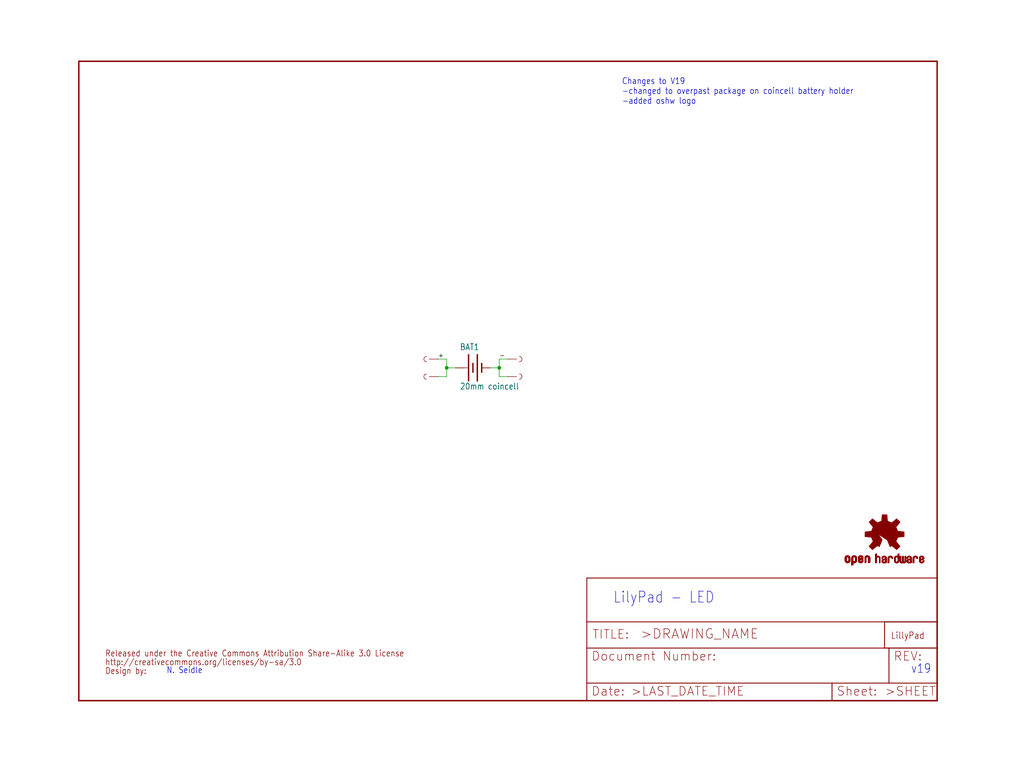
<source format=kicad_sch>
(kicad_sch (version 20211123) (generator eeschema)
  (paper "User" 297.002 223.926)
  (lib_symbols
    (symbol "eagleSchem-eagle-import:BATTERY20MM_4LEGS_OVERPASTE"
      (property "Reference" "BAT" (at -3.81 5.08 0))
      (property "Value" "BATTERY20MM_4LEGS_OVERPASTE" (at -3.81 -6.35 0))
      (symbol "BATTERY20MM_4LEGS_OVERPASTE_1_0"
        (pin power_in line (at -5.08 0 0) (length 2.54) (name "+") (number "1"))
        (pin power_in line (at 5.08 0 180) (length 2.54) (name "-") (number "2"))
      )
    )
    (symbol "eagleSchem-eagle-import:CREATIVE_COMMONS"
      (symbol "CREATIVE_COMMONS_1_0"
        (text "Design by:" (at 0 0 0) (effects (font (size 1.778 1.5113)) (justify left bottom)))
        (text "http://creativecommons.org/licenses/by-sa/3.0" (at 0 2.54 0) (effects (font (size 1.778 1.5113)) (justify left bottom)))
        (text "Released under the Creative Commons Attribution Share-Alike 3.0 License" (at 0 5.08 0) (effects (font (size 1.778 1.5113)) (justify left bottom)))
      )
    )
    (symbol "eagleSchem-eagle-import:FRAME-LETTER"
      (symbol "FRAME-LETTER_2_0"
        (text ">DRAWING_NAME" (at 15.494 17.78 0) (effects (font (size 2.7432 2.7432)) (justify left bottom)))
        (text ">LAST_DATE_TIME" (at 12.7 1.27 0) (effects (font (size 2.54 2.54)) (justify left bottom)))
        (text ">SHEET" (at 86.36 1.27 0) (effects (font (size 2.54 2.54)) (justify left bottom)))
        (text "Date:" (at 1.27 1.27 0) (effects (font (size 2.54 2.54)) (justify left bottom)))
        (text "Document Number:" (at 1.27 11.43 0) (effects (font (size 2.54 2.54)) (justify left bottom)))
        (text "REV:" (at 88.9 11.43 0) (effects (font (size 2.54 2.54)) (justify left bottom)))
        (text "Sheet:" (at 72.39 1.27 0) (effects (font (size 2.54 2.54)) (justify left bottom)))
        (text "TITLE:" (at 1.524 17.78 0) (effects (font (size 2.54 2.54)) (justify left bottom)))
      )
    )
    (symbol "eagleSchem-eagle-import:LOGO-LPLP"
      (symbol "LOGO-LPLP_1_0"
        (text "LillyPad" (at -0.762 0 0) (effects (font (size 1.9304 1.6408)) (justify left bottom)))
      )
    )
    (symbol "eagleSchem-eagle-import:OSHW-LOGOS")
    (symbol "eagleSchem-eagle-import:SEWTAP6"
      (symbol "SEWTAP6_1_0"
        (pin bidirectional line (at -2.54 0 180) (length 0) (name "1") (number "1"))
      )
    )
  )
  (junction (at 144.78 106.68))
  (junction (at 129.54 106.68))
  (wire (pts (xy 144.78 106.68) (xy 142.24 106.68)))
  (wire (pts (xy 147.32 104.14) (xy 144.78 104.14)))
  (wire (pts (xy 129.54 106.68) (xy 129.54 104.14)))
  (wire (pts (xy 127 109.22) (xy 129.54 109.22)))
  (wire (pts (xy 144.78 109.22) (xy 144.78 106.68)))
  (wire (pts (xy 129.54 104.14) (xy 127 104.14)))
  (wire (pts (xy 144.78 104.14) (xy 144.78 106.68)))
  (wire (pts (xy 147.32 109.22) (xy 144.78 109.22)))
  (wire (pts (xy 132.08 106.68) (xy 129.54 106.68)))
  (wire (pts (xy 129.54 109.22) (xy 129.54 106.68)))
  (text "v19" (at 264.16 195.58 180) (effects (font (size 2.54 2.159)) (justify left bottom)))
  (text "N. Seidle" (at 48.26 195.58 180) (effects (font (size 1.778 1.5113)) (justify left bottom)))
  (text "Changes to V19\n-changed to overpast package on coincell battery holder\n-added oshw logo" (at 180.34 30.48 0) (effects (font (size 1.778 1.5113)) (justify left bottom)))
  (text "LilyPad - LED" (at 177.8 175.26 180) (effects (font (size 3.175 2.6987)) (justify left bottom)))
  (label "+" (at 127 104.14 0) (effects (font (size 1.2446 1.2446))))
  (label "-" (at 144.78 104.14 0) (effects (font (size 1.2446 1.2446))))
  (symbol (lib_id "eagleSchem-eagle-import:SEWTAP6") (at 149.86 109.22 0) (unit 1)
    (property "Reference" "U$3" (effects hide))
    (property "Value" "SEWTAP6" (effects hide))
    (property "Footprint" "eagleSchem:PETAL-SMALL-2SIDE" (effects hide))
  )
  (symbol (lib_id "eagleSchem-eagle-import:BATTERY20MM_4LEGS_OVERPASTE") (at 137.16 106.68 0) (unit 1)
    (property "Reference" "BAT1" (at 133.35 101.6 0) (effects (font (size 1.778 1.5113)) (justify left bottom)))
    (property "Value" "20mm coincell" (at 133.35 113.03 0) (effects (font (size 1.778 1.5113)) (justify left bottom)))
    (property "Footprint" "eagleSchem:BATTCON_20MM_4LEGS_OVERPASTE" (effects hide))
  )
  (symbol (lib_id "eagleSchem-eagle-import:OSHW-LOGOS") (at 256.54 154.94 0) (unit 1)
    (property "Reference" "U$7" (effects hide))
    (property "Value" "OSHW-LOGOS" (effects hide))
    (property "Footprint" "eagleSchem:OSHW-LOGO-S" (effects hide))
  )
  (symbol (lib_id "eagleSchem-eagle-import:SEWTAP6") (at 124.46 109.22 180) (unit 1)
    (property "Reference" "U$4" (effects hide))
    (property "Value" "SEWTAP6" (effects hide))
    (property "Footprint" "eagleSchem:PETAL-SMALL-2SIDE" (effects hide))
  )
  (symbol (lib_id "eagleSchem-eagle-import:LOGO-LPLP") (at 259.08 185.42 0) (unit 1)
    (property "Reference" "U$5" (effects hide))
    (property "Value" "LOGO-LPLP" (effects hide))
    (property "Footprint" "eagleSchem:LOGO-LILYPAD" (effects hide))
  )
  (symbol (lib_id "eagleSchem-eagle-import:SEWTAP6") (at 149.86 104.14 0) (unit 1)
    (property "Reference" "U$1" (effects hide))
    (property "Value" "SEWTAP6" (effects hide))
    (property "Footprint" "eagleSchem:PETAL-SMALL-2SIDE" (effects hide))
  )
  (symbol (lib_id "eagleSchem-eagle-import:CREATIVE_COMMONS") (at 30.48 195.58 0) (unit 1)
    (property "Reference" "U$6" (effects hide))
    (property "Value" "CREATIVE_COMMONS" (effects hide))
    (property "Footprint" "eagleSchem:CREATIVE_COMMONS" (effects hide))
  )
  (symbol (lib_id "eagleSchem-eagle-import:SEWTAP6") (at 124.46 104.14 180) (unit 1)
    (property "Reference" "U$2" (effects hide))
    (property "Value" "SEWTAP6" (effects hide))
    (property "Footprint" "eagleSchem:PETAL-SMALL-2SIDE" (effects hide))
  )
  (symbol (lib_id "eagleSchem-eagle-import:FRAME-LETTER") (at 22.86 203.2 0) (unit 1)
    (property "Reference" "#FRAME1" (effects hide))
    (property "Value" "FRAME-LETTER" (effects hide))
    (property "Footprint" "eagleSchem:" (effects hide))
  )
  (symbol (lib_id "eagleSchem-eagle-import:FRAME-LETTER") (at 170.18 203.2 0) (unit 2)
    (property "Reference" "#FRAME1" (effects hide))
    (property "Value" "FRAME-LETTER" (effects hide))
    (property "Footprint" "eagleSchem:" (effects hide))
  )
)
</source>
